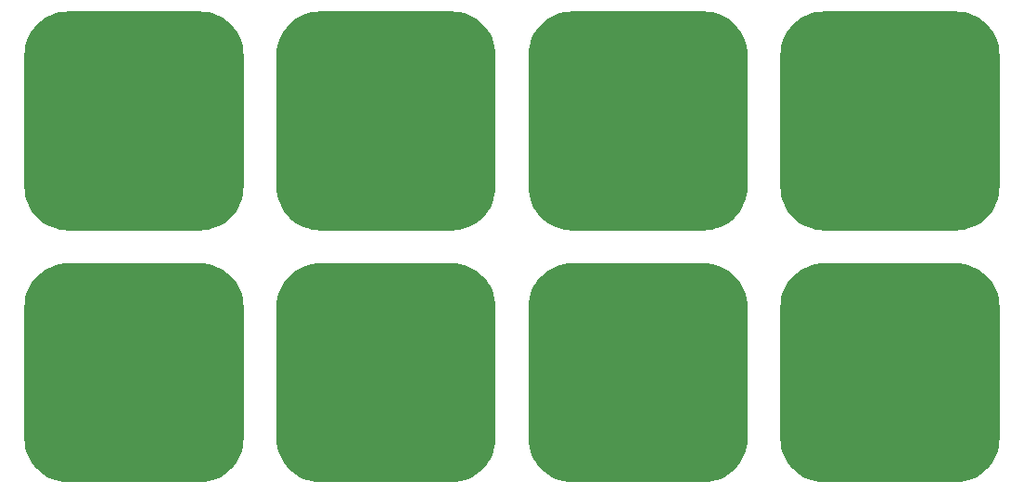
<source format=gbr>
G04 #@! TF.GenerationSoftware,KiCad,Pcbnew,(5.1.2-1)-1*
G04 #@! TF.CreationDate,2023-08-23T15:21:49-04:00*
G04 #@! TF.ProjectId,ESP32_AudioBoard_TouchPanel_Rev2,45535033-325f-4417-9564-696f426f6172,rev?*
G04 #@! TF.SameCoordinates,Original*
G04 #@! TF.FileFunction,Paste,Top*
G04 #@! TF.FilePolarity,Positive*
%FSLAX46Y46*%
G04 Gerber Fmt 4.6, Leading zero omitted, Abs format (unit mm)*
G04 Created by KiCad (PCBNEW (5.1.2-1)-1) date 2023-08-23 15:21:49*
%MOMM*%
%LPD*%
G04 APERTURE LIST*
%ADD10C,0.020000*%
%ADD11C,20.000000*%
G04 APERTURE END LIST*
D10*
G36*
X113357068Y-53944260D02*
G01*
X113745360Y-54001858D01*
X114126138Y-54097238D01*
X114495733Y-54229481D01*
X114850586Y-54397314D01*
X115187280Y-54599121D01*
X115502572Y-54832957D01*
X115793426Y-55096572D01*
X116057041Y-55387426D01*
X116290877Y-55702718D01*
X116492684Y-56039412D01*
X116660517Y-56394265D01*
X116792760Y-56763860D01*
X116888140Y-57144638D01*
X116945738Y-57532930D01*
X116964999Y-57924999D01*
X116964999Y-69924999D01*
X116945738Y-70317068D01*
X116888140Y-70705360D01*
X116792760Y-71086138D01*
X116660517Y-71455733D01*
X116492684Y-71810586D01*
X116290877Y-72147280D01*
X116057041Y-72462572D01*
X115793426Y-72753426D01*
X115502572Y-73017041D01*
X115187280Y-73250877D01*
X114850586Y-73452684D01*
X114495733Y-73620517D01*
X114126138Y-73752760D01*
X113745360Y-73848140D01*
X113357068Y-73905738D01*
X112964999Y-73924999D01*
X100964999Y-73924999D01*
X100572930Y-73905738D01*
X100184638Y-73848140D01*
X99803860Y-73752760D01*
X99434265Y-73620517D01*
X99079412Y-73452684D01*
X98742718Y-73250877D01*
X98427426Y-73017041D01*
X98136572Y-72753426D01*
X97872957Y-72462572D01*
X97639121Y-72147280D01*
X97437314Y-71810586D01*
X97269481Y-71455733D01*
X97137238Y-71086138D01*
X97041858Y-70705360D01*
X96984260Y-70317068D01*
X96964999Y-69924999D01*
X96964999Y-57924999D01*
X96984260Y-57532930D01*
X97041858Y-57144638D01*
X97137238Y-56763860D01*
X97269481Y-56394265D01*
X97437314Y-56039412D01*
X97639121Y-55702718D01*
X97872957Y-55387426D01*
X98136572Y-55096572D01*
X98427426Y-54832957D01*
X98742718Y-54599121D01*
X99079412Y-54397314D01*
X99434265Y-54229481D01*
X99803860Y-54097238D01*
X100184638Y-54001858D01*
X100572930Y-53944260D01*
X100964999Y-53924999D01*
X112964999Y-53924999D01*
X113357068Y-53944260D01*
X113357068Y-53944260D01*
G37*
D11*
X106964999Y-63924999D03*
D10*
G36*
X113357068Y-30944260D02*
G01*
X113745360Y-31001858D01*
X114126138Y-31097238D01*
X114495733Y-31229481D01*
X114850586Y-31397314D01*
X115187280Y-31599121D01*
X115502572Y-31832957D01*
X115793426Y-32096572D01*
X116057041Y-32387426D01*
X116290877Y-32702718D01*
X116492684Y-33039412D01*
X116660517Y-33394265D01*
X116792760Y-33763860D01*
X116888140Y-34144638D01*
X116945738Y-34532930D01*
X116964999Y-34924999D01*
X116964999Y-46924999D01*
X116945738Y-47317068D01*
X116888140Y-47705360D01*
X116792760Y-48086138D01*
X116660517Y-48455733D01*
X116492684Y-48810586D01*
X116290877Y-49147280D01*
X116057041Y-49462572D01*
X115793426Y-49753426D01*
X115502572Y-50017041D01*
X115187280Y-50250877D01*
X114850586Y-50452684D01*
X114495733Y-50620517D01*
X114126138Y-50752760D01*
X113745360Y-50848140D01*
X113357068Y-50905738D01*
X112964999Y-50924999D01*
X100964999Y-50924999D01*
X100572930Y-50905738D01*
X100184638Y-50848140D01*
X99803860Y-50752760D01*
X99434265Y-50620517D01*
X99079412Y-50452684D01*
X98742718Y-50250877D01*
X98427426Y-50017041D01*
X98136572Y-49753426D01*
X97872957Y-49462572D01*
X97639121Y-49147280D01*
X97437314Y-48810586D01*
X97269481Y-48455733D01*
X97137238Y-48086138D01*
X97041858Y-47705360D01*
X96984260Y-47317068D01*
X96964999Y-46924999D01*
X96964999Y-34924999D01*
X96984260Y-34532930D01*
X97041858Y-34144638D01*
X97137238Y-33763860D01*
X97269481Y-33394265D01*
X97437314Y-33039412D01*
X97639121Y-32702718D01*
X97872957Y-32387426D01*
X98136572Y-32096572D01*
X98427426Y-31832957D01*
X98742718Y-31599121D01*
X99079412Y-31397314D01*
X99434265Y-31229481D01*
X99803860Y-31097238D01*
X100184638Y-31001858D01*
X100572930Y-30944260D01*
X100964999Y-30924999D01*
X112964999Y-30924999D01*
X113357068Y-30944260D01*
X113357068Y-30944260D01*
G37*
D11*
X106964999Y-40924999D03*
D10*
G36*
X90357068Y-53944260D02*
G01*
X90745360Y-54001858D01*
X91126138Y-54097238D01*
X91495733Y-54229481D01*
X91850586Y-54397314D01*
X92187280Y-54599121D01*
X92502572Y-54832957D01*
X92793426Y-55096572D01*
X93057041Y-55387426D01*
X93290877Y-55702718D01*
X93492684Y-56039412D01*
X93660517Y-56394265D01*
X93792760Y-56763860D01*
X93888140Y-57144638D01*
X93945738Y-57532930D01*
X93964999Y-57924999D01*
X93964999Y-69924999D01*
X93945738Y-70317068D01*
X93888140Y-70705360D01*
X93792760Y-71086138D01*
X93660517Y-71455733D01*
X93492684Y-71810586D01*
X93290877Y-72147280D01*
X93057041Y-72462572D01*
X92793426Y-72753426D01*
X92502572Y-73017041D01*
X92187280Y-73250877D01*
X91850586Y-73452684D01*
X91495733Y-73620517D01*
X91126138Y-73752760D01*
X90745360Y-73848140D01*
X90357068Y-73905738D01*
X89964999Y-73924999D01*
X77964999Y-73924999D01*
X77572930Y-73905738D01*
X77184638Y-73848140D01*
X76803860Y-73752760D01*
X76434265Y-73620517D01*
X76079412Y-73452684D01*
X75742718Y-73250877D01*
X75427426Y-73017041D01*
X75136572Y-72753426D01*
X74872957Y-72462572D01*
X74639121Y-72147280D01*
X74437314Y-71810586D01*
X74269481Y-71455733D01*
X74137238Y-71086138D01*
X74041858Y-70705360D01*
X73984260Y-70317068D01*
X73964999Y-69924999D01*
X73964999Y-57924999D01*
X73984260Y-57532930D01*
X74041858Y-57144638D01*
X74137238Y-56763860D01*
X74269481Y-56394265D01*
X74437314Y-56039412D01*
X74639121Y-55702718D01*
X74872957Y-55387426D01*
X75136572Y-55096572D01*
X75427426Y-54832957D01*
X75742718Y-54599121D01*
X76079412Y-54397314D01*
X76434265Y-54229481D01*
X76803860Y-54097238D01*
X77184638Y-54001858D01*
X77572930Y-53944260D01*
X77964999Y-53924999D01*
X89964999Y-53924999D01*
X90357068Y-53944260D01*
X90357068Y-53944260D01*
G37*
D11*
X83964999Y-63924999D03*
D10*
G36*
X90357068Y-30944260D02*
G01*
X90745360Y-31001858D01*
X91126138Y-31097238D01*
X91495733Y-31229481D01*
X91850586Y-31397314D01*
X92187280Y-31599121D01*
X92502572Y-31832957D01*
X92793426Y-32096572D01*
X93057041Y-32387426D01*
X93290877Y-32702718D01*
X93492684Y-33039412D01*
X93660517Y-33394265D01*
X93792760Y-33763860D01*
X93888140Y-34144638D01*
X93945738Y-34532930D01*
X93964999Y-34924999D01*
X93964999Y-46924999D01*
X93945738Y-47317068D01*
X93888140Y-47705360D01*
X93792760Y-48086138D01*
X93660517Y-48455733D01*
X93492684Y-48810586D01*
X93290877Y-49147280D01*
X93057041Y-49462572D01*
X92793426Y-49753426D01*
X92502572Y-50017041D01*
X92187280Y-50250877D01*
X91850586Y-50452684D01*
X91495733Y-50620517D01*
X91126138Y-50752760D01*
X90745360Y-50848140D01*
X90357068Y-50905738D01*
X89964999Y-50924999D01*
X77964999Y-50924999D01*
X77572930Y-50905738D01*
X77184638Y-50848140D01*
X76803860Y-50752760D01*
X76434265Y-50620517D01*
X76079412Y-50452684D01*
X75742718Y-50250877D01*
X75427426Y-50017041D01*
X75136572Y-49753426D01*
X74872957Y-49462572D01*
X74639121Y-49147280D01*
X74437314Y-48810586D01*
X74269481Y-48455733D01*
X74137238Y-48086138D01*
X74041858Y-47705360D01*
X73984260Y-47317068D01*
X73964999Y-46924999D01*
X73964999Y-34924999D01*
X73984260Y-34532930D01*
X74041858Y-34144638D01*
X74137238Y-33763860D01*
X74269481Y-33394265D01*
X74437314Y-33039412D01*
X74639121Y-32702718D01*
X74872957Y-32387426D01*
X75136572Y-32096572D01*
X75427426Y-31832957D01*
X75742718Y-31599121D01*
X76079412Y-31397314D01*
X76434265Y-31229481D01*
X76803860Y-31097238D01*
X77184638Y-31001858D01*
X77572930Y-30944260D01*
X77964999Y-30924999D01*
X89964999Y-30924999D01*
X90357068Y-30944260D01*
X90357068Y-30944260D01*
G37*
D11*
X83964999Y-40924999D03*
D10*
G36*
X67357068Y-53944260D02*
G01*
X67745360Y-54001858D01*
X68126138Y-54097238D01*
X68495733Y-54229481D01*
X68850586Y-54397314D01*
X69187280Y-54599121D01*
X69502572Y-54832957D01*
X69793426Y-55096572D01*
X70057041Y-55387426D01*
X70290877Y-55702718D01*
X70492684Y-56039412D01*
X70660517Y-56394265D01*
X70792760Y-56763860D01*
X70888140Y-57144638D01*
X70945738Y-57532930D01*
X70964999Y-57924999D01*
X70964999Y-69924999D01*
X70945738Y-70317068D01*
X70888140Y-70705360D01*
X70792760Y-71086138D01*
X70660517Y-71455733D01*
X70492684Y-71810586D01*
X70290877Y-72147280D01*
X70057041Y-72462572D01*
X69793426Y-72753426D01*
X69502572Y-73017041D01*
X69187280Y-73250877D01*
X68850586Y-73452684D01*
X68495733Y-73620517D01*
X68126138Y-73752760D01*
X67745360Y-73848140D01*
X67357068Y-73905738D01*
X66964999Y-73924999D01*
X54964999Y-73924999D01*
X54572930Y-73905738D01*
X54184638Y-73848140D01*
X53803860Y-73752760D01*
X53434265Y-73620517D01*
X53079412Y-73452684D01*
X52742718Y-73250877D01*
X52427426Y-73017041D01*
X52136572Y-72753426D01*
X51872957Y-72462572D01*
X51639121Y-72147280D01*
X51437314Y-71810586D01*
X51269481Y-71455733D01*
X51137238Y-71086138D01*
X51041858Y-70705360D01*
X50984260Y-70317068D01*
X50964999Y-69924999D01*
X50964999Y-57924999D01*
X50984260Y-57532930D01*
X51041858Y-57144638D01*
X51137238Y-56763860D01*
X51269481Y-56394265D01*
X51437314Y-56039412D01*
X51639121Y-55702718D01*
X51872957Y-55387426D01*
X52136572Y-55096572D01*
X52427426Y-54832957D01*
X52742718Y-54599121D01*
X53079412Y-54397314D01*
X53434265Y-54229481D01*
X53803860Y-54097238D01*
X54184638Y-54001858D01*
X54572930Y-53944260D01*
X54964999Y-53924999D01*
X66964999Y-53924999D01*
X67357068Y-53944260D01*
X67357068Y-53944260D01*
G37*
D11*
X60964999Y-63924999D03*
D10*
G36*
X67357068Y-30944260D02*
G01*
X67745360Y-31001858D01*
X68126138Y-31097238D01*
X68495733Y-31229481D01*
X68850586Y-31397314D01*
X69187280Y-31599121D01*
X69502572Y-31832957D01*
X69793426Y-32096572D01*
X70057041Y-32387426D01*
X70290877Y-32702718D01*
X70492684Y-33039412D01*
X70660517Y-33394265D01*
X70792760Y-33763860D01*
X70888140Y-34144638D01*
X70945738Y-34532930D01*
X70964999Y-34924999D01*
X70964999Y-46924999D01*
X70945738Y-47317068D01*
X70888140Y-47705360D01*
X70792760Y-48086138D01*
X70660517Y-48455733D01*
X70492684Y-48810586D01*
X70290877Y-49147280D01*
X70057041Y-49462572D01*
X69793426Y-49753426D01*
X69502572Y-50017041D01*
X69187280Y-50250877D01*
X68850586Y-50452684D01*
X68495733Y-50620517D01*
X68126138Y-50752760D01*
X67745360Y-50848140D01*
X67357068Y-50905738D01*
X66964999Y-50924999D01*
X54964999Y-50924999D01*
X54572930Y-50905738D01*
X54184638Y-50848140D01*
X53803860Y-50752760D01*
X53434265Y-50620517D01*
X53079412Y-50452684D01*
X52742718Y-50250877D01*
X52427426Y-50017041D01*
X52136572Y-49753426D01*
X51872957Y-49462572D01*
X51639121Y-49147280D01*
X51437314Y-48810586D01*
X51269481Y-48455733D01*
X51137238Y-48086138D01*
X51041858Y-47705360D01*
X50984260Y-47317068D01*
X50964999Y-46924999D01*
X50964999Y-34924999D01*
X50984260Y-34532930D01*
X51041858Y-34144638D01*
X51137238Y-33763860D01*
X51269481Y-33394265D01*
X51437314Y-33039412D01*
X51639121Y-32702718D01*
X51872957Y-32387426D01*
X52136572Y-32096572D01*
X52427426Y-31832957D01*
X52742718Y-31599121D01*
X53079412Y-31397314D01*
X53434265Y-31229481D01*
X53803860Y-31097238D01*
X54184638Y-31001858D01*
X54572930Y-30944260D01*
X54964999Y-30924999D01*
X66964999Y-30924999D01*
X67357068Y-30944260D01*
X67357068Y-30944260D01*
G37*
D11*
X60964999Y-40924999D03*
D10*
G36*
X44357068Y-53944260D02*
G01*
X44745360Y-54001858D01*
X45126138Y-54097238D01*
X45495733Y-54229481D01*
X45850586Y-54397314D01*
X46187280Y-54599121D01*
X46502572Y-54832957D01*
X46793426Y-55096572D01*
X47057041Y-55387426D01*
X47290877Y-55702718D01*
X47492684Y-56039412D01*
X47660517Y-56394265D01*
X47792760Y-56763860D01*
X47888140Y-57144638D01*
X47945738Y-57532930D01*
X47964999Y-57924999D01*
X47964999Y-69924999D01*
X47945738Y-70317068D01*
X47888140Y-70705360D01*
X47792760Y-71086138D01*
X47660517Y-71455733D01*
X47492684Y-71810586D01*
X47290877Y-72147280D01*
X47057041Y-72462572D01*
X46793426Y-72753426D01*
X46502572Y-73017041D01*
X46187280Y-73250877D01*
X45850586Y-73452684D01*
X45495733Y-73620517D01*
X45126138Y-73752760D01*
X44745360Y-73848140D01*
X44357068Y-73905738D01*
X43964999Y-73924999D01*
X31964999Y-73924999D01*
X31572930Y-73905738D01*
X31184638Y-73848140D01*
X30803860Y-73752760D01*
X30434265Y-73620517D01*
X30079412Y-73452684D01*
X29742718Y-73250877D01*
X29427426Y-73017041D01*
X29136572Y-72753426D01*
X28872957Y-72462572D01*
X28639121Y-72147280D01*
X28437314Y-71810586D01*
X28269481Y-71455733D01*
X28137238Y-71086138D01*
X28041858Y-70705360D01*
X27984260Y-70317068D01*
X27964999Y-69924999D01*
X27964999Y-57924999D01*
X27984260Y-57532930D01*
X28041858Y-57144638D01*
X28137238Y-56763860D01*
X28269481Y-56394265D01*
X28437314Y-56039412D01*
X28639121Y-55702718D01*
X28872957Y-55387426D01*
X29136572Y-55096572D01*
X29427426Y-54832957D01*
X29742718Y-54599121D01*
X30079412Y-54397314D01*
X30434265Y-54229481D01*
X30803860Y-54097238D01*
X31184638Y-54001858D01*
X31572930Y-53944260D01*
X31964999Y-53924999D01*
X43964999Y-53924999D01*
X44357068Y-53944260D01*
X44357068Y-53944260D01*
G37*
D11*
X37964999Y-63924999D03*
D10*
G36*
X44357068Y-30944260D02*
G01*
X44745360Y-31001858D01*
X45126138Y-31097238D01*
X45495733Y-31229481D01*
X45850586Y-31397314D01*
X46187280Y-31599121D01*
X46502572Y-31832957D01*
X46793426Y-32096572D01*
X47057041Y-32387426D01*
X47290877Y-32702718D01*
X47492684Y-33039412D01*
X47660517Y-33394265D01*
X47792760Y-33763860D01*
X47888140Y-34144638D01*
X47945738Y-34532930D01*
X47964999Y-34924999D01*
X47964999Y-46924999D01*
X47945738Y-47317068D01*
X47888140Y-47705360D01*
X47792760Y-48086138D01*
X47660517Y-48455733D01*
X47492684Y-48810586D01*
X47290877Y-49147280D01*
X47057041Y-49462572D01*
X46793426Y-49753426D01*
X46502572Y-50017041D01*
X46187280Y-50250877D01*
X45850586Y-50452684D01*
X45495733Y-50620517D01*
X45126138Y-50752760D01*
X44745360Y-50848140D01*
X44357068Y-50905738D01*
X43964999Y-50924999D01*
X31964999Y-50924999D01*
X31572930Y-50905738D01*
X31184638Y-50848140D01*
X30803860Y-50752760D01*
X30434265Y-50620517D01*
X30079412Y-50452684D01*
X29742718Y-50250877D01*
X29427426Y-50017041D01*
X29136572Y-49753426D01*
X28872957Y-49462572D01*
X28639121Y-49147280D01*
X28437314Y-48810586D01*
X28269481Y-48455733D01*
X28137238Y-48086138D01*
X28041858Y-47705360D01*
X27984260Y-47317068D01*
X27964999Y-46924999D01*
X27964999Y-34924999D01*
X27984260Y-34532930D01*
X28041858Y-34144638D01*
X28137238Y-33763860D01*
X28269481Y-33394265D01*
X28437314Y-33039412D01*
X28639121Y-32702718D01*
X28872957Y-32387426D01*
X29136572Y-32096572D01*
X29427426Y-31832957D01*
X29742718Y-31599121D01*
X30079412Y-31397314D01*
X30434265Y-31229481D01*
X30803860Y-31097238D01*
X31184638Y-31001858D01*
X31572930Y-30944260D01*
X31964999Y-30924999D01*
X43964999Y-30924999D01*
X44357068Y-30944260D01*
X44357068Y-30944260D01*
G37*
D11*
X37964999Y-40924999D03*
M02*

</source>
